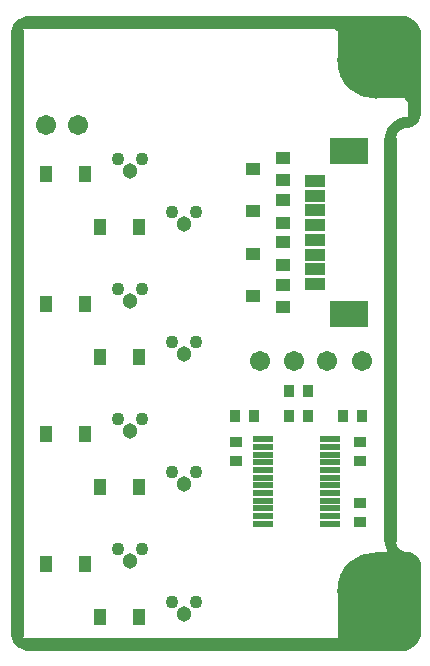
<source format=gbr>
G04*
G04 #@! TF.GenerationSoftware,Altium Limited,Altium Designer,24.1.2 (44)*
G04*
G04 Layer_Color=16711935*
%FSLAX44Y44*%
%MOMM*%
G71*
G04*
G04 #@! TF.SameCoordinates,BBC2EA18-74A8-411A-9B9A-F0C275BE575F*
G04*
G04*
G04 #@! TF.FilePolarity,Negative*
G04*
G01*
G75*
%ADD11C,0.8890*%
%ADD12C,1.0922*%
%ADD14R,3.3586X2.0672*%
%ADD15R,6.5336X3.3587*%
%ADD17R,3.3565X6.5340*%
%ADD18C,0.8032*%
%ADD19C,6.5532*%
%ADD20C,1.2032*%
%ADD48R,1.8032X1.0032*%
%ADD49R,3.2032X2.3032*%
%ADD50R,1.7032X0.6032*%
%ADD51R,1.1532X1.1032*%
%ADD52R,0.9032X1.0032*%
%ADD53C,1.7032*%
%ADD54R,1.1132X1.4232*%
%ADD55R,1.1132X1.4232*%
%ADD56R,1.0032X0.9032*%
%ADD57R,3.0344X3.8980*%
%ADD58R,3.3782X4.9403*%
%ADD59C,1.3032*%
%ADD60C,1.1032*%
G36*
X331582Y536016D02*
X331631Y536016D01*
X331648Y536014D01*
X331666Y536013D01*
X331714Y536005D01*
X331763Y535998D01*
X331780Y535994D01*
X331797Y535991D01*
X331844Y535976D01*
X331892Y535964D01*
X331908Y535957D01*
X331924Y535952D01*
X331969Y535931D01*
X332014Y535913D01*
X332029Y535904D01*
X332045Y535896D01*
X332087Y535870D01*
X332130Y535846D01*
X332144Y535835D01*
X332158Y535826D01*
X332196Y535794D01*
X332235Y535764D01*
X332248Y535752D01*
X332261Y535741D01*
X332294Y535705D01*
X332329Y535670D01*
X332340Y535656D01*
X332352Y535643D01*
X332380Y535603D01*
X332410Y535564D01*
X332419Y535549D01*
X332429Y535535D01*
X332452Y535491D01*
X332477Y535449D01*
X332483Y535433D01*
X332491Y535417D01*
X332509Y535371D01*
X332527Y535326D01*
X332532Y535309D01*
X332538Y535293D01*
X332549Y535244D01*
X332561Y535197D01*
X332564Y535180D01*
X332568Y535163D01*
X334005Y526273D01*
X334010Y526230D01*
X334016Y526188D01*
X334016Y526164D01*
X334018Y526140D01*
X334016Y526097D01*
X334017Y526054D01*
X334014Y526031D01*
X334013Y526007D01*
X334006Y525965D01*
X334001Y525922D01*
X333995Y525899D01*
X333991Y525876D01*
X333979Y525835D01*
X333968Y525793D01*
X333959Y525771D01*
X333952Y525748D01*
X333934Y525710D01*
X333918Y525670D01*
X333907Y525649D01*
X333897Y525627D01*
X333874Y525591D01*
X333853Y525554D01*
X333839Y525535D01*
X333826Y525514D01*
X333799Y525481D01*
X333773Y525447D01*
X333756Y525430D01*
X333741Y525412D01*
X333710Y525382D01*
X333680Y525352D01*
X333661Y525337D01*
X333644Y525321D01*
X333609Y525296D01*
X333575Y525270D01*
X333555Y525258D01*
X333535Y525244D01*
X333497Y525224D01*
X333461Y525202D01*
X333439Y525192D01*
X333418Y525181D01*
X333377Y525166D01*
X333338Y525149D01*
X333315Y525143D01*
X333293Y525135D01*
X333251Y525125D01*
X333210Y525114D01*
X333186Y525110D01*
X333163Y525105D01*
X333120Y525101D01*
X333078Y525095D01*
X332268Y525033D01*
X331836Y524903D01*
X331678Y524789D01*
X331625Y524690D01*
X331604Y524422D01*
X331721Y523887D01*
X332046Y523116D01*
X332425Y522454D01*
X333103Y522071D01*
X333868Y521757D01*
X334396Y521652D01*
X334658Y521679D01*
X334767Y521743D01*
X334895Y521928D01*
X335031Y522394D01*
X335093Y523238D01*
X335100Y523289D01*
X335106Y523342D01*
X335110Y523356D01*
X335112Y523370D01*
X335126Y523420D01*
X335138Y523471D01*
X335143Y523484D01*
X335147Y523498D01*
X335168Y523547D01*
X335187Y523595D01*
X335193Y523607D01*
X335199Y523621D01*
X335226Y523666D01*
X335251Y523712D01*
X335260Y523723D01*
X335267Y523736D01*
X335299Y523777D01*
X335330Y523819D01*
X335340Y523829D01*
X335349Y523841D01*
X335387Y523878D01*
X335422Y523915D01*
X335433Y523924D01*
X335444Y523934D01*
X335486Y523965D01*
X335526Y523998D01*
X335539Y524006D01*
X335550Y524014D01*
X335596Y524040D01*
X335640Y524067D01*
X335653Y524073D01*
X335666Y524080D01*
X335715Y524100D01*
X335762Y524120D01*
X335776Y524124D01*
X335789Y524130D01*
X335840Y524143D01*
X335890Y524157D01*
X335904Y524160D01*
X335919Y524163D01*
X335971Y524170D01*
X336022Y524177D01*
X336036Y524178D01*
X336051Y524179D01*
X336103Y524179D01*
X336155Y524180D01*
X336169Y524178D01*
X336184Y524178D01*
X336236Y524171D01*
X336287Y524165D01*
X345177Y522579D01*
X345231Y522565D01*
X345284Y522554D01*
X345295Y522550D01*
X345307Y522547D01*
X345357Y522527D01*
X345409Y522508D01*
X345420Y522503D01*
X345431Y522498D01*
X345479Y522472D01*
X345527Y522446D01*
X345537Y522440D01*
X345547Y522434D01*
X345591Y522402D01*
X345636Y522370D01*
X345645Y522362D01*
X345655Y522355D01*
X345694Y522317D01*
X345735Y522280D01*
X345742Y522271D01*
X345751Y522263D01*
X345785Y522220D01*
X345820Y522178D01*
X345826Y522168D01*
X345834Y522159D01*
X345862Y522112D01*
X345892Y522065D01*
X345897Y522055D01*
X345903Y522045D01*
X345924Y521995D01*
X345948Y521945D01*
X345951Y521933D01*
X345956Y521923D01*
X345971Y521870D01*
X345988Y521818D01*
X345990Y521806D01*
X345993Y521795D01*
X346001Y521740D01*
X346011Y521686D01*
X346011Y521675D01*
X346013Y521663D01*
X346014Y521609D01*
X346017Y521553D01*
X345963Y519176D01*
X345960Y519145D01*
X345959Y519115D01*
X345528Y513876D01*
X345523Y513845D01*
X345521Y513812D01*
X344658Y507929D01*
X344651Y507899D01*
X344647Y507868D01*
X342788Y499000D01*
X344647Y490132D01*
X344651Y490101D01*
X344658Y490070D01*
X345521Y484188D01*
X345523Y484155D01*
X345528Y484123D01*
X345959Y478885D01*
X345960Y478855D01*
X345963Y478824D01*
X346017Y476447D01*
X346014Y476396D01*
X346014Y476346D01*
X346011Y476330D01*
X346011Y476314D01*
X346002Y476264D01*
X345995Y476214D01*
X345990Y476198D01*
X345988Y476182D01*
X345973Y476135D01*
X345959Y476086D01*
X345953Y476071D01*
X345948Y476055D01*
X345927Y476010D01*
X345907Y475964D01*
X345899Y475950D01*
X345892Y475935D01*
X345865Y475892D01*
X345839Y475849D01*
X336949Y462847D01*
X336947Y462844D01*
X336945Y462840D01*
X336906Y462792D01*
X336867Y462742D01*
X336864Y462739D01*
X336862Y462736D01*
X336817Y462693D01*
X336772Y462649D01*
X336768Y462647D01*
X336766Y462644D01*
X336716Y462607D01*
X336665Y462569D01*
X336662Y462567D01*
X336659Y462565D01*
X336603Y462534D01*
X336549Y462504D01*
X336546Y462502D01*
X336542Y462500D01*
X336483Y462477D01*
X336426Y462454D01*
X336422Y462453D01*
X336418Y462452D01*
X336357Y462436D01*
X336297Y462421D01*
X336293Y462420D01*
X336289Y462420D01*
X336227Y462412D01*
X336164Y462405D01*
X336160Y462405D01*
X336157Y462405D01*
X336094Y462406D01*
X336031Y462406D01*
X336027Y462407D01*
X336023Y462407D01*
X335961Y462416D01*
X335899Y462425D01*
X335895Y462426D01*
X335892Y462427D01*
X335833Y462444D01*
X335771Y462461D01*
X335767Y462463D01*
X335764Y462464D01*
X335706Y462489D01*
X335648Y462513D01*
X335645Y462515D01*
X335642Y462517D01*
X335588Y462549D01*
X335534Y462581D01*
X335531Y462584D01*
X335527Y462585D01*
X335479Y462624D01*
X335429Y462663D01*
X335426Y462666D01*
X335423Y462668D01*
X335380Y462713D01*
X335336Y462758D01*
X335334Y462762D01*
X335331Y462764D01*
X335294Y462814D01*
X335256Y462865D01*
X335254Y462868D01*
X335252Y462872D01*
X328208Y473844D01*
X328185Y473886D01*
X328161Y473927D01*
X328153Y473944D01*
X328144Y473961D01*
X328126Y474005D01*
X328107Y474049D01*
X328102Y474067D01*
X328095Y474085D01*
X328084Y474131D01*
X328070Y474177D01*
X328068Y474195D01*
X328063Y474214D01*
X328058Y474261D01*
X328051Y474309D01*
X328050Y474328D01*
X328048Y474346D01*
X328049Y474394D01*
X328048Y474442D01*
X328050Y474461D01*
X328051Y474479D01*
X328058Y474527D01*
X328063Y474574D01*
X328068Y474593D01*
X328070Y474611D01*
X328084Y474657D01*
X328095Y474703D01*
X335843Y499000D01*
X329351Y519360D01*
X309000Y525841D01*
X284712Y518106D01*
X284666Y518094D01*
X284621Y518082D01*
X284602Y518079D01*
X284583Y518074D01*
X284536Y518069D01*
X284489Y518061D01*
X284470Y518061D01*
X284450Y518059D01*
X284403Y518060D01*
X284356Y518059D01*
X284337Y518061D01*
X284317Y518061D01*
X284270Y518069D01*
X284224Y518074D01*
X284205Y518078D01*
X284186Y518081D01*
X284141Y518094D01*
X284094Y518106D01*
X284076Y518113D01*
X284058Y518118D01*
X284014Y518137D01*
X283970Y518154D01*
X283953Y518164D01*
X283936Y518172D01*
X283895Y518196D01*
X283854Y518219D01*
X272875Y525253D01*
X272871Y525256D01*
X272867Y525258D01*
X272818Y525295D01*
X272768Y525332D01*
X272764Y525335D01*
X272761Y525338D01*
X272717Y525381D01*
X272672Y525424D01*
X272669Y525428D01*
X272666Y525431D01*
X272627Y525480D01*
X272589Y525528D01*
X272586Y525532D01*
X272583Y525536D01*
X272551Y525590D01*
X272520Y525642D01*
X272518Y525646D01*
X272516Y525650D01*
X272491Y525707D01*
X272466Y525764D01*
X272465Y525769D01*
X272463Y525773D01*
X272447Y525833D01*
X272430Y525892D01*
X272429Y525897D01*
X272428Y525901D01*
X272419Y525964D01*
X272410Y526024D01*
X272409Y526029D01*
X272409Y526033D01*
X272408Y526096D01*
X272407Y526157D01*
X272407Y526162D01*
X272407Y526166D01*
X272415Y526228D01*
X272422Y526289D01*
X272423Y526294D01*
X272423Y526298D01*
X272439Y526358D01*
X272454Y526419D01*
X272456Y526423D01*
X272457Y526427D01*
X272479Y526484D01*
X272502Y526543D01*
X272505Y526547D01*
X272506Y526551D01*
X272536Y526604D01*
X272567Y526659D01*
X272570Y526663D01*
X272572Y526667D01*
X272609Y526716D01*
X272646Y526767D01*
X272649Y526770D01*
X272652Y526773D01*
X272695Y526818D01*
X272738Y526862D01*
X272742Y526865D01*
X272745Y526869D01*
X272794Y526907D01*
X272842Y526946D01*
X272846Y526948D01*
X272850Y526951D01*
X285863Y535841D01*
X285867Y535843D01*
X285870Y535846D01*
X285923Y535876D01*
X285978Y535909D01*
X285982Y535910D01*
X285986Y535913D01*
X286042Y535936D01*
X286100Y535961D01*
X286105Y535962D01*
X286108Y535964D01*
X286169Y535980D01*
X286229Y535997D01*
X286233Y535997D01*
X286237Y535998D01*
X286299Y536007D01*
X286360Y536015D01*
X286365Y536015D01*
X286369Y536016D01*
X286431Y536016D01*
X286494Y536017D01*
X286498Y536016D01*
X286502D01*
X294119Y535531D01*
X294153Y535526D01*
X294187Y535524D01*
X297048Y535146D01*
X297085Y535139D01*
X297123Y535133D01*
X309000Y532641D01*
X320877Y535133D01*
X320914Y535139D01*
X320952Y535146D01*
X323813Y535524D01*
X323847Y535526D01*
X323881Y535531D01*
X331498Y536016D01*
X331515Y536016D01*
X331533Y536018D01*
X331582Y536016D01*
D02*
G37*
G36*
X328969Y74734D02*
X329008Y74733D01*
X329035Y74729D01*
X329063Y74727D01*
X329101Y74719D01*
X329140Y74714D01*
X329166Y74706D01*
X329194Y74701D01*
X329231Y74688D01*
X329268Y74677D01*
X329293Y74666D01*
X329320Y74657D01*
X329355Y74640D01*
X329390Y74625D01*
X329414Y74611D01*
X329439Y74598D01*
X329471Y74576D01*
X329504Y74557D01*
X329526Y74539D01*
X329550Y74524D01*
X330877Y73498D01*
X333073Y72076D01*
X333867Y71708D01*
X334456Y71539D01*
X334774Y71529D01*
X334857Y71560D01*
X334912Y71620D01*
X335014Y71906D01*
X335074Y72582D01*
X335084Y72645D01*
X335093Y72708D01*
X335094Y72710D01*
X335094Y72713D01*
X335112Y72772D01*
X335130Y72836D01*
X335131Y72838D01*
X335132Y72841D01*
X335158Y72899D01*
X335183Y72958D01*
X335185Y72960D01*
X335186Y72963D01*
X335220Y73020D01*
X335252Y73072D01*
X335253Y73074D01*
X335255Y73077D01*
X335296Y73128D01*
X335335Y73176D01*
X335337Y73178D01*
X335339Y73180D01*
X335385Y73225D01*
X335430Y73269D01*
X335433Y73270D01*
X335435Y73272D01*
X335487Y73311D01*
X335537Y73348D01*
X335540Y73349D01*
X335542Y73351D01*
X335598Y73382D01*
X335654Y73412D01*
X335657Y73414D01*
X335659Y73415D01*
X335719Y73438D01*
X335778Y73461D01*
X335781Y73462D01*
X335783Y73463D01*
X335846Y73478D01*
X335907Y73493D01*
X335910Y73494D01*
X335913Y73495D01*
X335975Y73501D01*
X336039Y73509D01*
X336042Y73509D01*
X336045Y73509D01*
X336110Y73507D01*
X336172Y73506D01*
X336178Y73506D01*
D01*
D01*
X345063Y72768D01*
X345098Y72763D01*
X345134Y72759D01*
X345164Y72753D01*
X345194Y72748D01*
X345229Y72738D01*
X345264Y72731D01*
X345293Y72720D01*
X345322Y72712D01*
X345355Y72697D01*
X345389Y72685D01*
X345416Y72671D01*
X345444Y72659D01*
X345475Y72640D01*
X345507Y72623D01*
X345532Y72606D01*
X345559Y72590D01*
X345587Y72568D01*
X345616Y72547D01*
X345639Y72526D01*
X345663Y72507D01*
X345688Y72481D01*
X345714Y72457D01*
X345734Y72433D01*
X345755Y72411D01*
X345777Y72382D01*
X345800Y72355D01*
X345816Y72329D01*
X345835Y72304D01*
X345852Y72273D01*
X345871Y72242D01*
X345884Y72215D01*
X345899Y72188D01*
X345912Y72154D01*
X345928Y72122D01*
X345937Y72092D01*
X345948Y72064D01*
X345957Y72029D01*
X345967Y71995D01*
X345973Y71964D01*
X345980Y71934D01*
X345984Y71899D01*
X345990Y71863D01*
X345992Y71833D01*
X345995Y71802D01*
X345995Y71766D01*
X345996Y71730D01*
X345943Y69355D01*
X345940Y69325D01*
X345940Y69295D01*
X345512Y64054D01*
X345508Y64023D01*
X345505Y63991D01*
X344650Y58098D01*
X344644Y58068D01*
X344639Y58038D01*
X342768Y49000D01*
X344639Y39962D01*
X344644Y39932D01*
X344650Y39902D01*
X345505Y34009D01*
X345508Y33977D01*
X345512Y33946D01*
X345940Y28705D01*
X345940Y28675D01*
X345943Y28645D01*
X345996Y26270D01*
X345994Y26216D01*
X345993Y26164D01*
X345991Y26151D01*
X345990Y26137D01*
X345981Y26084D01*
X345974Y26032D01*
X345970Y26019D01*
X345967Y26005D01*
X345951Y25954D01*
X345937Y25904D01*
X345932Y25892D01*
X345928Y25878D01*
X345905Y25830D01*
X345884Y25782D01*
X345877Y25770D01*
X345871Y25758D01*
X345843Y25713D01*
X345816Y25668D01*
X345000Y24488D01*
X345505Y21009D01*
X345508Y20977D01*
X345512Y20946D01*
X345940Y15705D01*
X345940Y15675D01*
X345943Y15645D01*
X345996Y13270D01*
X345994Y13228D01*
X345995Y13186D01*
X345992Y13161D01*
X345990Y13137D01*
X345983Y13096D01*
X345978Y13054D01*
X345972Y13030D01*
X345967Y13005D01*
X345955Y12965D01*
X345944Y12925D01*
X345935Y12902D01*
X345928Y12878D01*
X345910Y12840D01*
X345894Y12802D01*
X345882Y12780D01*
X345871Y12758D01*
X345849Y12722D01*
X345828Y12686D01*
X345813Y12666D01*
X345800Y12645D01*
X345773Y12613D01*
X345748Y12580D01*
X345730Y12562D01*
X345714Y12543D01*
X345684Y12515D01*
X345654Y12485D01*
X345634Y12470D01*
X345616Y12453D01*
X345582Y12429D01*
X345549Y12404D01*
X345527Y12391D01*
X345507Y12377D01*
X345470Y12357D01*
X345434Y12336D01*
X345411Y12327D01*
X345389Y12315D01*
X345350Y12301D01*
X345311Y12284D01*
X345287Y12278D01*
X345264Y12269D01*
X345223Y12260D01*
X345183Y12249D01*
X336293Y10426D01*
X336292Y10426D01*
X336292Y10426D01*
X336213Y10415D01*
X336161Y10408D01*
X336161D01*
X336160Y10408D01*
X336066Y10407D01*
X336028Y10407D01*
X336027Y10407D01*
X336027D01*
X335954Y10417D01*
X335896Y10424D01*
X335895Y10424D01*
X335895Y10424D01*
X335822Y10443D01*
X335767Y10458D01*
X335766Y10458D01*
X335766Y10458D01*
X335694Y10487D01*
X335643Y10508D01*
X335643Y10508D01*
X335643Y10508D01*
X335589Y10539D01*
X335528Y10574D01*
X335527Y10574D01*
X335527Y10574D01*
X335468Y10619D01*
X335421Y10654D01*
X335421Y10654D01*
X335421Y10655D01*
X335362Y10713D01*
X335327Y10748D01*
X335327Y10748D01*
X335326Y10748D01*
X335284Y10803D01*
X335245Y10853D01*
X335245Y10853D01*
X335245Y10854D01*
X335210Y10913D01*
X335178Y10968D01*
X335178Y10968D01*
X335177Y10969D01*
X335153Y11028D01*
X335126Y11091D01*
X335126Y11091D01*
X335126Y11091D01*
X335112Y11143D01*
X335091Y11219D01*
X335091Y11219D01*
X335091Y11220D01*
X335082Y11284D01*
X335073Y11351D01*
Y11351D01*
X335073Y11352D01*
X335008Y12264D01*
X334861Y12800D01*
X334705Y13043D01*
X334569Y13132D01*
X334302Y13173D01*
X333777Y13088D01*
X333006Y12793D01*
X332032Y12263D01*
X330880Y11494D01*
X329546Y10473D01*
X329524Y10459D01*
X329504Y10443D01*
X329469Y10422D01*
X329435Y10399D01*
X329412Y10388D01*
X329390Y10375D01*
X329352Y10359D01*
X329315Y10341D01*
X329291Y10333D01*
X329268Y10323D01*
X329228Y10311D01*
X329189Y10298D01*
X329164Y10293D01*
X329140Y10286D01*
X329099Y10280D01*
X329058Y10272D01*
X329033Y10271D01*
X329008Y10267D01*
X328966Y10266D01*
X328925Y10264D01*
X328900Y10266D01*
X328875Y10265D01*
X328834Y10270D01*
X328792Y10273D01*
X328768Y10278D01*
X328742Y10281D01*
X328702Y10291D01*
X328662Y10299D01*
X328638Y10307D01*
X328613Y10313D01*
X328574Y10329D01*
X328536Y10342D01*
X328513Y10353D01*
X328489Y10363D01*
X328453Y10383D01*
X328416Y10401D01*
X328395Y10415D01*
X328373Y10428D01*
X328340Y10453D01*
X328306Y10475D01*
X328287Y10492D01*
X328266Y10507D01*
X328237Y10536D01*
X328206Y10563D01*
X328189Y10582D01*
X328171Y10600D01*
X328145Y10633D01*
X328118Y10663D01*
X328104Y10684D01*
X328088Y10704D01*
X328067Y10740D01*
X328044Y10774D01*
X328033Y10797D01*
X328020Y10819D01*
X328004Y10857D01*
X327986Y10894D01*
X327978Y10918D01*
X327967Y10941D01*
X327956Y10981D01*
X327943Y11020D01*
X327938Y11045D01*
X327931Y11069D01*
X327925Y11110D01*
X327917Y11151D01*
X327916Y11176D01*
X327912Y11201D01*
X327911Y11243D01*
X327909Y11284D01*
X327910Y11309D01*
X327910Y11334D01*
X327915Y11375D01*
X327918Y11416D01*
X327923Y11441D01*
X327926Y11467D01*
X327936Y11507D01*
X327944Y11547D01*
X327952Y11571D01*
X327958Y11596D01*
X328216Y12391D01*
X330629Y19840D01*
X328076Y23723D01*
X328049Y23770D01*
X328020Y23819D01*
X328016Y23829D01*
X328010Y23839D01*
X327990Y23890D01*
X327967Y23941D01*
X327965Y23952D01*
X327960Y23962D01*
X327947Y24016D01*
X327931Y24069D01*
X327930Y24080D01*
X327927Y24091D01*
X327920Y24145D01*
X327912Y24201D01*
X327912Y24212D01*
X327910Y24223D01*
X327911Y24278D01*
X327910Y24334D01*
X327911Y24345D01*
X327911Y24356D01*
X327919Y24411D01*
X327926Y24467D01*
X327928Y24477D01*
X327930Y24488D01*
X327945Y24541D01*
X327958Y24596D01*
X335862Y49000D01*
X327958Y73404D01*
X327951Y73432D01*
X327943Y73458D01*
X327935Y73496D01*
X327926Y73533D01*
X327922Y73561D01*
X327917Y73589D01*
X327915Y73627D01*
X327910Y73666D01*
X327910Y73694D01*
X327909Y73721D01*
X327911Y73760D01*
X327912Y73799D01*
X327916Y73827D01*
X327918Y73854D01*
X327926Y73892D01*
X327931Y73931D01*
X327939Y73957D01*
X327944Y73985D01*
X327957Y74022D01*
X327967Y74059D01*
X327979Y74084D01*
X327988Y74111D01*
X328005Y74145D01*
X328020Y74181D01*
X328035Y74205D01*
X328047Y74230D01*
X328069Y74262D01*
X328088Y74296D01*
X328106Y74317D01*
X328121Y74341D01*
X328147Y74369D01*
X328171Y74400D01*
X328191Y74420D01*
X328209Y74440D01*
X328238Y74466D01*
X328266Y74493D01*
X328289Y74510D01*
X328310Y74528D01*
X328342Y74549D01*
X328373Y74572D01*
X328398Y74586D01*
X328421Y74601D01*
X328456Y74619D01*
X328489Y74637D01*
X328516Y74648D01*
X328541Y74660D01*
X328577Y74672D01*
X328613Y74687D01*
X328641Y74694D01*
X328667Y74702D01*
X328704Y74710D01*
X328742Y74719D01*
X328770Y74723D01*
X328797Y74728D01*
X328836Y74730D01*
X328875Y74735D01*
X328903Y74734D01*
X328931Y74736D01*
X328969Y74734D01*
D02*
G37*
D11*
X334968Y446445D02*
X332468Y446221D01*
X330045Y445568D01*
X327771Y444505D01*
X325715Y443065D01*
X323940Y441290D01*
X322499Y439235D01*
X321435Y436962D01*
X320781Y434538D01*
X320556Y432038D01*
X320555Y92000D02*
X320774Y89492D01*
X321426Y87059D01*
X322490Y84777D01*
X323935Y82715D01*
X325715Y80934D01*
X327777Y79490D01*
X330060Y78426D01*
X332492Y77775D01*
X335000Y77555D01*
X12000Y530555D02*
X9665Y530185D01*
X7559Y529112D01*
X5888Y527441D01*
X4815Y525335D01*
X4445Y523000D01*
X340554Y452520D02*
X340523Y451758D01*
X335010Y446445D02*
X337621Y447102D01*
X339617Y448909D01*
X340528Y451443D01*
X333000Y4445D02*
X335758Y4966D01*
X338135Y6458D01*
X339803Y8714D01*
X340533Y11424D01*
Y72491D02*
X339638Y75057D01*
X337634Y76891D01*
X335000Y77555D01*
X4445Y12000D02*
X4815Y9665D01*
X5888Y7559D01*
X7559Y5888D01*
X9665Y4815D01*
X12000Y4445D01*
X340533Y523583D02*
X339801Y526290D01*
X338132Y528545D01*
X335756Y530034D01*
X333000Y530555D01*
D12*
X12000Y4445D02*
X333000D01*
X320555Y92000D02*
Y431903D01*
X12000Y530555D02*
X333000D01*
X340533Y11424D02*
Y72491D01*
X340554Y452520D02*
Y523163D01*
X4445Y12000D02*
Y523000D01*
D14*
X324777Y476680D02*
D03*
D15*
X308902Y514777D02*
D03*
D17*
X324767Y36099D02*
D03*
D18*
X338328Y7114D02*
D03*
X340335Y15778D02*
D03*
Y31779D02*
D03*
Y47779D02*
D03*
X328845Y4644D02*
D03*
X312845D02*
D03*
X296845D02*
D03*
X333114Y530371D02*
D03*
X317114Y530356D02*
D03*
X301114D02*
D03*
X285114D02*
D03*
X269114D02*
D03*
X253114D02*
D03*
X237114D02*
D03*
X221114D02*
D03*
X205114D02*
D03*
X189114D02*
D03*
X173114D02*
D03*
X157114D02*
D03*
X141114D02*
D03*
X125114D02*
D03*
X109114D02*
D03*
X93114D02*
D03*
X77114D02*
D03*
X61114D02*
D03*
X45114D02*
D03*
X29114D02*
D03*
X13114D02*
D03*
X4644Y516782D02*
D03*
Y500782D02*
D03*
Y484782D02*
D03*
Y468782D02*
D03*
Y452782D02*
D03*
Y436782D02*
D03*
Y420782D02*
D03*
Y404782D02*
D03*
Y388782D02*
D03*
Y372782D02*
D03*
Y356782D02*
D03*
Y340782D02*
D03*
Y324782D02*
D03*
Y308782D02*
D03*
Y292782D02*
D03*
Y276782D02*
D03*
Y260782D02*
D03*
Y244782D02*
D03*
Y228782D02*
D03*
Y212782D02*
D03*
Y196782D02*
D03*
Y180782D02*
D03*
Y164782D02*
D03*
Y148782D02*
D03*
Y132782D02*
D03*
Y116782D02*
D03*
Y100782D02*
D03*
Y84782D02*
D03*
Y68782D02*
D03*
Y52782D02*
D03*
Y36782D02*
D03*
Y20782D02*
D03*
X8860Y5348D02*
D03*
X24845Y4644D02*
D03*
X40845D02*
D03*
X56845D02*
D03*
X72845D02*
D03*
X88845D02*
D03*
X104845D02*
D03*
X120845D02*
D03*
X136845D02*
D03*
X152845D02*
D03*
X168845D02*
D03*
X184845D02*
D03*
X200845D02*
D03*
X216845D02*
D03*
X232845D02*
D03*
X248845D02*
D03*
X264845D02*
D03*
X280845D02*
D03*
X340335Y63779D02*
D03*
X332650Y77812D02*
D03*
X321004Y88783D02*
D03*
X320356Y104770D02*
D03*
Y120770D02*
D03*
Y136770D02*
D03*
Y152770D02*
D03*
Y168770D02*
D03*
Y184770D02*
D03*
Y200770D02*
D03*
Y216770D02*
D03*
Y232770D02*
D03*
Y248770D02*
D03*
Y264770D02*
D03*
Y280770D02*
D03*
Y296770D02*
D03*
Y312770D02*
D03*
Y328770D02*
D03*
Y344770D02*
D03*
Y360770D02*
D03*
Y376770D02*
D03*
Y392770D02*
D03*
Y408770D02*
D03*
Y424770D02*
D03*
X323615Y440435D02*
D03*
X337961Y447520D02*
D03*
X340355Y463340D02*
D03*
Y511339D02*
D03*
D19*
X309000Y49000D02*
D03*
Y499000D02*
D03*
D20*
X325164Y482836D02*
D03*
X292836D02*
D03*
Y515164D02*
D03*
X325164D02*
D03*
X331860Y499000D02*
D03*
X309000Y476140D02*
D03*
X286140Y499000D02*
D03*
X309000Y521860D02*
D03*
X325164Y32836D02*
D03*
X292836D02*
D03*
Y65164D02*
D03*
X325164D02*
D03*
X331860Y49000D02*
D03*
X309000Y26140D02*
D03*
X286140Y49000D02*
D03*
X309000Y71860D02*
D03*
D48*
X256794Y371348D02*
D03*
Y358848D02*
D03*
Y383848D02*
D03*
Y396348D02*
D03*
Y346348D02*
D03*
Y333848D02*
D03*
Y321348D02*
D03*
Y308848D02*
D03*
D49*
X285794Y421848D02*
D03*
Y283348D02*
D03*
D50*
X269525Y177488D02*
D03*
Y170988D02*
D03*
Y164488D02*
D03*
Y157988D02*
D03*
Y151488D02*
D03*
Y144988D02*
D03*
Y138488D02*
D03*
Y131988D02*
D03*
Y125488D02*
D03*
Y118988D02*
D03*
Y112488D02*
D03*
Y105988D02*
D03*
X213137D02*
D03*
Y112488D02*
D03*
Y118988D02*
D03*
Y125488D02*
D03*
Y131988D02*
D03*
Y138488D02*
D03*
Y144988D02*
D03*
Y151488D02*
D03*
Y157988D02*
D03*
Y164488D02*
D03*
Y170988D02*
D03*
Y177488D02*
D03*
D51*
X229708Y308204D02*
D03*
X229708Y396954D02*
D03*
X204708Y406454D02*
D03*
X229708Y415954D02*
D03*
X229708Y361037D02*
D03*
X204708Y370537D02*
D03*
X229708Y380037D02*
D03*
Y325121D02*
D03*
X204708Y334621D02*
D03*
X229708Y344121D02*
D03*
Y289204D02*
D03*
X204708Y298704D02*
D03*
D52*
X251040Y218186D02*
D03*
X235040D02*
D03*
X205523Y197120D02*
D03*
X189523D02*
D03*
X251040Y197110D02*
D03*
X235040D02*
D03*
X296548D02*
D03*
X280548D02*
D03*
D53*
X238845Y244179D02*
D03*
X29150Y443540D02*
D03*
X296672Y244179D02*
D03*
X267377D02*
D03*
X210312D02*
D03*
X56388Y443540D02*
D03*
D54*
X29150Y291800D02*
D03*
X74950Y357100D02*
D03*
X29150Y401800D02*
D03*
Y71800D02*
D03*
X74950Y137100D02*
D03*
X29150Y181800D02*
D03*
X74950Y247100D02*
D03*
Y27100D02*
D03*
D55*
X61850Y71800D02*
D03*
X107650Y137100D02*
D03*
X61850Y401800D02*
D03*
Y181800D02*
D03*
X107650Y357100D02*
D03*
Y247100D02*
D03*
X61850Y291800D02*
D03*
X107650Y27100D02*
D03*
D56*
X295433Y175462D02*
D03*
Y159462D02*
D03*
Y123400D02*
D03*
Y107400D02*
D03*
X190023Y175452D02*
D03*
Y159452D02*
D03*
D57*
X323156Y62298D02*
D03*
D58*
X293125Y28131D02*
D03*
D59*
X146300Y29800D02*
D03*
X100500Y74500D02*
D03*
X146300Y139800D02*
D03*
X100500Y184500D02*
D03*
X146300Y249800D02*
D03*
X100500Y294500D02*
D03*
X146300Y359800D02*
D03*
X100500Y404500D02*
D03*
D60*
X156300Y39800D02*
D03*
X136300D02*
D03*
X110500Y84500D02*
D03*
X90500D02*
D03*
X156300Y149800D02*
D03*
X136300D02*
D03*
X110500Y194500D02*
D03*
X90500D02*
D03*
X156300Y259800D02*
D03*
X136300D02*
D03*
X110500Y304500D02*
D03*
X90500D02*
D03*
X156300Y369800D02*
D03*
X136300D02*
D03*
X110500Y414500D02*
D03*
X90500D02*
D03*
M02*

</source>
